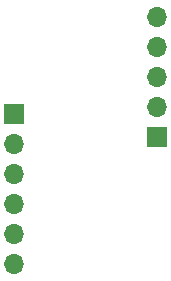
<source format=gbr>
G04 #@! TF.GenerationSoftware,KiCad,Pcbnew,(5.0.1-3-g963ef8bb5)*
G04 #@! TF.CreationDate,2019-02-10T00:29:52-05:00*
G04 #@! TF.ProjectId,glowtieProgrammer,676C6F7774696550726F6772616D6D65,rev?*
G04 #@! TF.SameCoordinates,Original*
G04 #@! TF.FileFunction,Copper,L2,Bot,Signal*
G04 #@! TF.FilePolarity,Positive*
%FSLAX46Y46*%
G04 Gerber Fmt 4.6, Leading zero omitted, Abs format (unit mm)*
G04 Created by KiCad (PCBNEW (5.0.1-3-g963ef8bb5)) date Sunday, February 10, 2019 at 12:29:52 AM*
%MOMM*%
%LPD*%
G01*
G04 APERTURE LIST*
G04 #@! TA.AperFunction,ComponentPad*
%ADD10O,1.700000X1.700000*%
G04 #@! TD*
G04 #@! TA.AperFunction,ComponentPad*
%ADD11R,1.700000X1.700000*%
G04 #@! TD*
G04 APERTURE END LIST*
D10*
G04 #@! TO.P,J1,5*
G04 #@! TO.N,Net-(J1-Pad5)*
X174625000Y-40640000D03*
G04 #@! TO.P,J1,4*
G04 #@! TO.N,Net-(J1-Pad4)*
X174625000Y-43180000D03*
G04 #@! TO.P,J1,3*
G04 #@! TO.N,Net-(J1-Pad3)*
X174625000Y-45720000D03*
G04 #@! TO.P,J1,2*
G04 #@! TO.N,Net-(J1-Pad2)*
X174625000Y-48260000D03*
D11*
G04 #@! TO.P,J1,1*
G04 #@! TO.N,Net-(J1-Pad1)*
X174625000Y-50800000D03*
G04 #@! TD*
D10*
G04 #@! TO.P,J2,6*
G04 #@! TO.N,Net-(J1-Pad4)*
X162560000Y-61595000D03*
G04 #@! TO.P,J2,5*
G04 #@! TO.N,N/C*
X162560000Y-59055000D03*
G04 #@! TO.P,J2,4*
G04 #@! TO.N,Net-(J1-Pad3)*
X162560000Y-56515000D03*
G04 #@! TO.P,J2,3*
G04 #@! TO.N,Net-(J1-Pad1)*
X162560000Y-53975000D03*
G04 #@! TO.P,J2,2*
G04 #@! TO.N,Net-(J1-Pad2)*
X162560000Y-51435000D03*
D11*
G04 #@! TO.P,J2,1*
G04 #@! TO.N,N/C*
X162560000Y-48895000D03*
G04 #@! TD*
M02*

</source>
